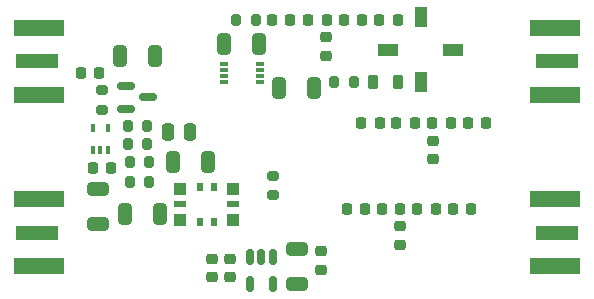
<source format=gbr>
%TF.GenerationSoftware,KiCad,Pcbnew,7.0.1*%
%TF.CreationDate,2023-06-23T15:29:10-04:00*%
%TF.ProjectId,reference-25mhz,72656665-7265-46e6-9365-2d32356d687a,rev?*%
%TF.SameCoordinates,Original*%
%TF.FileFunction,Paste,Top*%
%TF.FilePolarity,Positive*%
%FSLAX46Y46*%
G04 Gerber Fmt 4.6, Leading zero omitted, Abs format (unit mm)*
G04 Created by KiCad (PCBNEW 7.0.1) date 2023-06-23 15:29:10*
%MOMM*%
%LPD*%
G01*
G04 APERTURE LIST*
G04 Aperture macros list*
%AMRoundRect*
0 Rectangle with rounded corners*
0 $1 Rounding radius*
0 $2 $3 $4 $5 $6 $7 $8 $9 X,Y pos of 4 corners*
0 Add a 4 corners polygon primitive as box body*
4,1,4,$2,$3,$4,$5,$6,$7,$8,$9,$2,$3,0*
0 Add four circle primitives for the rounded corners*
1,1,$1+$1,$2,$3*
1,1,$1+$1,$4,$5*
1,1,$1+$1,$6,$7*
1,1,$1+$1,$8,$9*
0 Add four rect primitives between the rounded corners*
20,1,$1+$1,$2,$3,$4,$5,0*
20,1,$1+$1,$4,$5,$6,$7,0*
20,1,$1+$1,$6,$7,$8,$9,0*
20,1,$1+$1,$8,$9,$2,$3,0*%
G04 Aperture macros list end*
%ADD10RoundRect,0.200000X0.200000X0.275000X-0.200000X0.275000X-0.200000X-0.275000X0.200000X-0.275000X0*%
%ADD11RoundRect,0.225000X0.250000X-0.225000X0.250000X0.225000X-0.250000X0.225000X-0.250000X-0.225000X0*%
%ADD12RoundRect,0.225000X-0.225000X-0.250000X0.225000X-0.250000X0.225000X0.250000X-0.225000X0.250000X0*%
%ADD13R,3.600000X1.270000*%
%ADD14R,4.200000X1.350000*%
%ADD15RoundRect,0.218750X-0.218750X-0.256250X0.218750X-0.256250X0.218750X0.256250X-0.218750X0.256250X0*%
%ADD16RoundRect,0.225000X-0.250000X0.225000X-0.250000X-0.225000X0.250000X-0.225000X0.250000X0.225000X0*%
%ADD17R,1.016000X1.778000*%
%ADD18R,1.778000X1.016000*%
%ADD19RoundRect,0.218750X-0.218750X-0.381250X0.218750X-0.381250X0.218750X0.381250X-0.218750X0.381250X0*%
%ADD20RoundRect,0.200000X-0.200000X-0.275000X0.200000X-0.275000X0.200000X0.275000X-0.200000X0.275000X0*%
%ADD21RoundRect,0.225000X0.225000X0.250000X-0.225000X0.250000X-0.225000X-0.250000X0.225000X-0.250000X0*%
%ADD22RoundRect,0.250000X0.650000X-0.325000X0.650000X0.325000X-0.650000X0.325000X-0.650000X-0.325000X0*%
%ADD23RoundRect,0.250000X-0.325000X-0.650000X0.325000X-0.650000X0.325000X0.650000X-0.325000X0.650000X0*%
%ADD24R,0.400000X0.650000*%
%ADD25R,1.000000X1.000000*%
%ADD26R,0.600000X0.650000*%
%ADD27R,1.000000X0.600000*%
%ADD28RoundRect,0.200000X-0.275000X0.200000X-0.275000X-0.200000X0.275000X-0.200000X0.275000X0.200000X0*%
%ADD29RoundRect,0.150000X-0.587500X-0.150000X0.587500X-0.150000X0.587500X0.150000X-0.587500X0.150000X0*%
%ADD30RoundRect,0.250000X0.325000X0.650000X-0.325000X0.650000X-0.325000X-0.650000X0.325000X-0.650000X0*%
%ADD31RoundRect,0.250000X-0.650000X0.325000X-0.650000X-0.325000X0.650000X-0.325000X0.650000X0.325000X0*%
%ADD32R,0.800000X0.300000*%
%ADD33RoundRect,0.150000X-0.150000X0.512500X-0.150000X-0.512500X0.150000X-0.512500X0.150000X0.512500X0*%
%ADD34RoundRect,0.250000X0.250000X0.475000X-0.250000X0.475000X-0.250000X-0.475000X0.250000X-0.475000X0*%
G04 APERTURE END LIST*
D10*
%TO.C,R5*%
X84000000Y-134050000D03*
X82350000Y-134050000D03*
%TD*%
D11*
%TO.C,C24*%
X89350000Y-143750000D03*
X89350000Y-142200000D03*
%TD*%
D12*
%TO.C,C7*%
X109725000Y-138000000D03*
X111275000Y-138000000D03*
%TD*%
D13*
%TO.C,J1*%
X74462500Y-125500000D03*
D14*
X74662500Y-122675000D03*
X74662500Y-128325000D03*
%TD*%
D12*
%TO.C,C3*%
X103475000Y-122000000D03*
X105025000Y-122000000D03*
%TD*%
D15*
%TO.C,L4*%
X107937500Y-130700000D03*
X109512500Y-130700000D03*
%TD*%
D11*
%TO.C,C2*%
X99000000Y-125025000D03*
X99000000Y-123475000D03*
%TD*%
D13*
%TO.C,J5*%
X118537500Y-140000000D03*
D14*
X118337500Y-142825000D03*
X118337500Y-137175000D03*
%TD*%
D16*
%TO.C,C22*%
X98550000Y-141575000D03*
X98550000Y-143125000D03*
%TD*%
D17*
%TO.C,U1*%
X106967800Y-121782200D03*
D18*
X104250000Y-124500000D03*
D17*
X106967800Y-127217800D03*
D18*
X109685600Y-124500000D03*
%TD*%
D19*
%TO.C,FB1*%
X102937500Y-127250000D03*
X105062500Y-127250000D03*
%TD*%
D20*
%TO.C,R1*%
X91350000Y-122000000D03*
X93000000Y-122000000D03*
%TD*%
%TO.C,R2*%
X99675000Y-127250000D03*
X101325000Y-127250000D03*
%TD*%
D21*
%TO.C,C17*%
X80775000Y-134500000D03*
X79225000Y-134500000D03*
%TD*%
D22*
%TO.C,C18*%
X79700000Y-139275000D03*
X79700000Y-136325000D03*
%TD*%
D15*
%TO.C,L2*%
X100462500Y-122000000D03*
X102037500Y-122000000D03*
%TD*%
D21*
%TO.C,C16*%
X79775000Y-126500000D03*
X78225000Y-126500000D03*
%TD*%
D11*
%TO.C,C26*%
X108025000Y-133750000D03*
X108025000Y-132200000D03*
%TD*%
D23*
%TO.C,C4*%
X95025000Y-127750000D03*
X97975000Y-127750000D03*
%TD*%
D12*
%TO.C,C27*%
X110975000Y-130700000D03*
X112525000Y-130700000D03*
%TD*%
D24*
%TO.C,U5*%
X79200000Y-133000000D03*
X79850000Y-133000000D03*
X80500000Y-133000000D03*
X80500000Y-131100000D03*
X79200000Y-131100000D03*
%TD*%
D25*
%TO.C,X1*%
X86625000Y-136300000D03*
D26*
X88275000Y-136125000D03*
X89475000Y-136125000D03*
D25*
X91125000Y-136300000D03*
D27*
X91125000Y-137600000D03*
D25*
X91125000Y-138900000D03*
D26*
X89475000Y-139075000D03*
X88275000Y-139075000D03*
D25*
X86625000Y-138900000D03*
D27*
X86625000Y-137600000D03*
%TD*%
D15*
%TO.C,L5*%
X103675000Y-138000000D03*
X105250000Y-138000000D03*
%TD*%
D13*
%TO.C,J2*%
X74462500Y-140000000D03*
D14*
X74662500Y-137175000D03*
X74662500Y-142825000D03*
%TD*%
D28*
%TO.C,R3*%
X80000000Y-127925000D03*
X80000000Y-129575000D03*
%TD*%
D15*
%TO.C,L1*%
X97462500Y-122000000D03*
X99037500Y-122000000D03*
%TD*%
D23*
%TO.C,C14*%
X90325000Y-124000000D03*
X93275000Y-124000000D03*
%TD*%
%TO.C,C13*%
X81925000Y-138400000D03*
X84875000Y-138400000D03*
%TD*%
D28*
%TO.C,JP1*%
X94500000Y-135175000D03*
X94500000Y-136825000D03*
%TD*%
D29*
%TO.C,D1*%
X82000000Y-127600000D03*
X82000000Y-129500000D03*
X83875000Y-128550000D03*
%TD*%
D10*
%TO.C,R6*%
X83825000Y-131000000D03*
X82175000Y-131000000D03*
%TD*%
D30*
%TO.C,C19*%
X88975000Y-134000000D03*
X86025000Y-134000000D03*
%TD*%
D15*
%TO.C,L6*%
X106712500Y-138000000D03*
X108287500Y-138000000D03*
%TD*%
D31*
%TO.C,C21*%
X96550000Y-141375000D03*
X96550000Y-144325000D03*
%TD*%
D32*
%TO.C,U4*%
X90300000Y-125750000D03*
X90300000Y-126250000D03*
X90300000Y-126750000D03*
X90300000Y-127250000D03*
X93400000Y-127250000D03*
X93400000Y-126750000D03*
X93400000Y-126250000D03*
X93400000Y-125750000D03*
%TD*%
D33*
%TO.C,U6*%
X94450000Y-142075000D03*
X93500000Y-142075000D03*
X92550000Y-142075000D03*
X92550000Y-144350000D03*
X94450000Y-144350000D03*
%TD*%
D10*
%TO.C,R7*%
X83825000Y-132500000D03*
X82175000Y-132500000D03*
%TD*%
D30*
%TO.C,C15*%
X84475000Y-125000000D03*
X81525000Y-125000000D03*
%TD*%
D20*
%TO.C,R4*%
X82350000Y-135750000D03*
X84000000Y-135750000D03*
%TD*%
D34*
%TO.C,C20*%
X87450000Y-131500000D03*
X85550000Y-131500000D03*
%TD*%
D11*
%TO.C,C6*%
X105250000Y-141025000D03*
X105250000Y-139475000D03*
%TD*%
D12*
%TO.C,C5*%
X100725000Y-138000000D03*
X102275000Y-138000000D03*
%TD*%
D13*
%TO.C,J4*%
X118537500Y-125500000D03*
D14*
X118337500Y-128325000D03*
X118337500Y-122675000D03*
%TD*%
D11*
%TO.C,C23*%
X90850000Y-143750000D03*
X90850000Y-142200000D03*
%TD*%
D12*
%TO.C,C1*%
X94400000Y-122000000D03*
X95950000Y-122000000D03*
%TD*%
%TO.C,C25*%
X101950000Y-130700000D03*
X103500000Y-130700000D03*
%TD*%
D15*
%TO.C,L3*%
X104925000Y-130700000D03*
X106500000Y-130700000D03*
%TD*%
M02*

</source>
